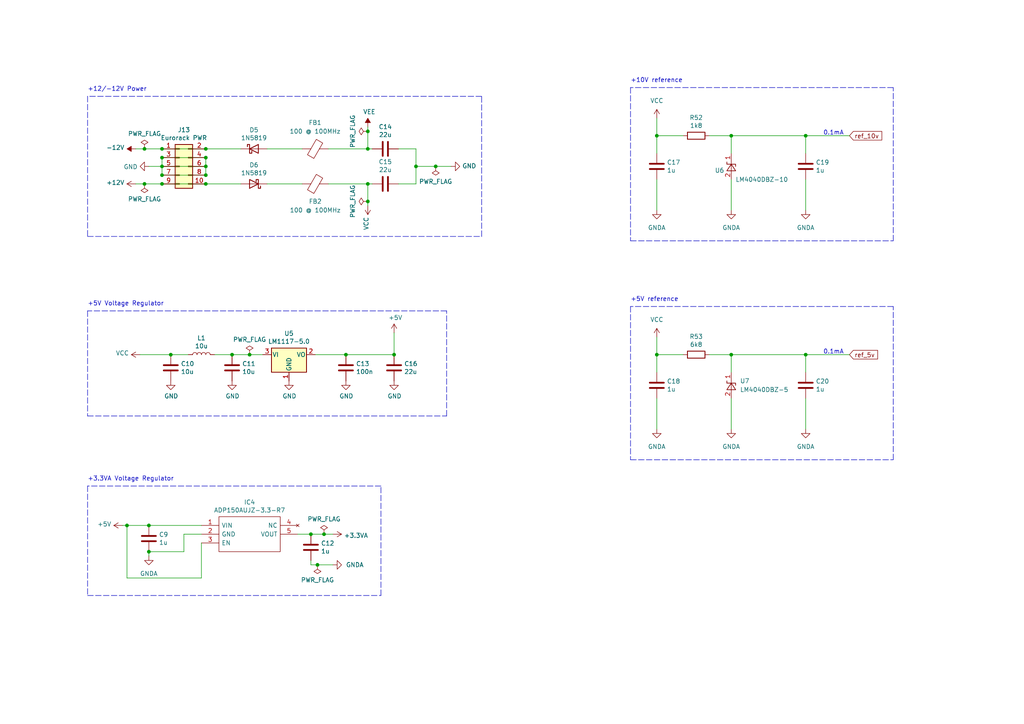
<source format=kicad_sch>
(kicad_sch (version 20211123) (generator eeschema)
  (paper "A4")
  (lib_symbols
    (symbol "ADP150AUJZ-3.3-R7:ADP150AUJZ-3.3-R7" (pin_names (offset 0.762))
      (property "Reference" "IC" (at 24.13 7.62 0))
      (property "Value" "ADP150AUJZ-3.3-R7" (at 24.13 5.08 0))
      (symbol "ADP150AUJZ-3.3-R7_0_0"
        (pin passive line (at 0 0 0) (length 5.08) (name "VIN") (number "1"))
        (pin passive line (at 0 -2.54 0) (length 5.08) (name "GND") (number "2"))
        (pin passive line (at 0 -5.08 0) (length 5.08) (name "EN") (number "3"))
        (pin no_connect line (at 27.94 0 180) (length 5.08) (name "NC") (number "4"))
        (pin passive line (at 27.94 -2.54 180) (length 5.08) (name "VOUT") (number "5"))
      )
      (symbol "ADP150AUJZ-3.3-R7_0_1"
        (polyline (pts (xy 5.08 2.54) (xy 22.86 2.54) (xy 22.86 -7.62) (xy 5.08 -7.62) (xy 5.08 2.54)) (stroke (width 0.1524)))
      )
    )
    (symbol "Connector_Generic:Conn_02x05_Odd_Even" (pin_names (offset 1.016) hide)
      (property "Reference" "J" (at 1.27 7.62 0))
      (property "Value" "Conn_02x05_Odd_Even" (at 1.27 -7.62 0))
      (symbol "Conn_02x05_Odd_Even_1_1"
        (rectangle (start -1.27 -4.953) (end 0 -5.207) (stroke (width 0.1524)))
        (rectangle (start -1.27 -2.413) (end 0 -2.667) (stroke (width 0.1524)))
        (rectangle (start -1.27 0.127) (end 0 -0.127) (stroke (width 0.1524)))
        (rectangle (start -1.27 2.667) (end 0 2.413) (stroke (width 0.1524)))
        (rectangle (start -1.27 5.207) (end 0 4.953) (stroke (width 0.1524)))
        (rectangle (start -1.27 6.35) (end 3.81 -6.35) (stroke (width 0.254)) (fill (type background)))
        (rectangle (start 3.81 -4.953) (end 2.54 -5.207) (stroke (width 0.1524)))
        (rectangle (start 3.81 -2.413) (end 2.54 -2.667) (stroke (width 0.1524)))
        (rectangle (start 3.81 0.127) (end 2.54 -0.127) (stroke (width 0.1524)))
        (rectangle (start 3.81 2.667) (end 2.54 2.413) (stroke (width 0.1524)))
        (rectangle (start 3.81 5.207) (end 2.54 4.953) (stroke (width 0.1524)))
        (pin passive line (at -5.08 5.08 0) (length 3.81) (name "Pin_1") (number "1"))
        (pin passive line (at 7.62 -5.08 180) (length 3.81) (name "Pin_10") (number "10"))
        (pin passive line (at 7.62 5.08 180) (length 3.81) (name "Pin_2") (number "2"))
        (pin passive line (at -5.08 2.54 0) (length 3.81) (name "Pin_3") (number "3"))
        (pin passive line (at 7.62 2.54 180) (length 3.81) (name "Pin_4") (number "4"))
        (pin passive line (at -5.08 0 0) (length 3.81) (name "Pin_5") (number "5"))
        (pin passive line (at 7.62 0 180) (length 3.81) (name "Pin_6") (number "6"))
        (pin passive line (at -5.08 -2.54 0) (length 3.81) (name "Pin_7") (number "7"))
        (pin passive line (at 7.62 -2.54 180) (length 3.81) (name "Pin_8") (number "8"))
        (pin passive line (at -5.08 -5.08 0) (length 3.81) (name "Pin_9") (number "9"))
      )
    )
    (symbol "Device:C" (pin_numbers hide) (pin_names (offset 0.254))
      (property "Reference" "C" (at 0.635 2.54 0))
      (property "Value" "C" (at 0.635 -2.54 0))
      (symbol "C_0_1"
        (polyline (pts (xy -2.032 -0.762) (xy 2.032 -0.762)) (stroke (width 0.508)))
        (polyline (pts (xy -2.032 0.762) (xy 2.032 0.762)) (stroke (width 0.508)))
      )
      (symbol "C_1_1"
        (pin passive line (at 0 3.81 270) (length 2.794) (name "~") (number "1"))
        (pin passive line (at 0 -3.81 90) (length 2.794) (name "~") (number "2"))
      )
    )
    (symbol "Device:FerriteBead" (pin_numbers hide) (pin_names (offset 0))
      (property "Reference" "FB" (at -3.81 0.635 90))
      (property "Value" "FerriteBead" (at 3.81 0 90))
      (symbol "FerriteBead_0_1"
        (polyline (pts (xy 0 -1.27) (xy 0 -1.2192)))
        (polyline (pts (xy 0 1.27) (xy 0 1.2954)))
        (polyline (pts (xy -2.7686 0.4064) (xy -1.7018 2.2606) (xy 2.7686 -0.3048) (xy 1.6764 -2.159) (xy -2.7686 0.4064)))
      )
      (symbol "FerriteBead_1_1"
        (pin passive line (at 0 3.81 270) (length 2.54) (name "~") (number "1"))
        (pin passive line (at 0 -3.81 90) (length 2.54) (name "~") (number "2"))
      )
    )
    (symbol "Device:L" (pin_numbers hide) (pin_names (offset 1.016) hide)
      (property "Reference" "L" (at -1.27 0 90))
      (property "Value" "L" (at 1.905 0 90))
      (symbol "L_0_1"
        (arc (start 0 -2.54) (mid 0.635 -1.905) (end 0 -1.27))
        (arc (start 0 -1.27) (mid 0.635 -0.635) (end 0 0))
        (arc (start 0 0) (mid 0.635 0.635) (end 0 1.27))
        (arc (start 0 1.27) (mid 0.635 1.905) (end 0 2.54))
      )
      (symbol "L_1_1"
        (pin passive line (at 0 3.81 270) (length 1.27) (name "1") (number "1"))
        (pin passive line (at 0 -3.81 90) (length 1.27) (name "2") (number "2"))
      )
    )
    (symbol "Device:R" (pin_numbers hide) (pin_names (offset 0))
      (property "Reference" "R" (at 2.032 0 90))
      (property "Value" "R" (at 0 0 90))
      (symbol "R_0_1"
        (rectangle (start -1.016 -2.54) (end 1.016 2.54) (stroke (width 0.254)))
      )
      (symbol "R_1_1"
        (pin passive line (at 0 3.81 270) (length 1.27) (name "~") (number "1"))
        (pin passive line (at 0 -3.81 90) (length 1.27) (name "~") (number "2"))
      )
    )
    (symbol "Diode:1N5819" (pin_numbers hide) (pin_names (offset 1.016) hide)
      (property "Reference" "D" (at 0 2.54 0))
      (property "Value" "1N5819" (at 0 -2.54 0))
      (symbol "1N5819_0_1"
        (polyline (pts (xy 1.27 0) (xy -1.27 0)))
        (polyline (pts (xy 1.27 1.27) (xy 1.27 -1.27) (xy -1.27 0) (xy 1.27 1.27)) (stroke (width 0.254)))
        (polyline (pts (xy -1.905 0.635) (xy -1.905 1.27) (xy -1.27 1.27) (xy -1.27 -1.27) (xy -0.635 -1.27) (xy -0.635 -0.635)) (stroke (width 0.254)))
      )
      (symbol "1N5819_1_1"
        (pin passive line (at -3.81 0 0) (length 2.54) (name "K") (number "1"))
        (pin passive line (at 3.81 0 180) (length 2.54) (name "A") (number "2"))
      )
    )
    (symbol "Reference_Voltage:LM4040DBZ-10" (pin_names (offset 0.0254) hide)
      (property "Reference" "U" (at 0 2.54 0))
      (property "Value" "LM4040DBZ-10" (at 0 -3.175 0))
      (symbol "LM4040DBZ-10_0_1"
        (polyline (pts (xy -1.27 0) (xy 0 0) (xy 1.27 0)))
        (polyline (pts (xy -1.27 -1.27) (xy 0.635 0) (xy -1.27 1.27) (xy -1.27 -1.27)) (stroke (width 0.2032)))
        (polyline (pts (xy 0 -1.27) (xy 0.635 -1.27) (xy 0.635 1.27) (xy 1.27 1.27)) (stroke (width 0.2032)))
      )
      (symbol "LM4040DBZ-10_1_1"
        (pin passive line (at 3.81 0 180) (length 2.54) (name "K") (number "1"))
        (pin passive line (at -3.81 0 0) (length 2.54) (name "A") (number "2"))
      )
    )
    (symbol "Reference_Voltage:LM4040DBZ-5" (pin_names (offset 0.0254) hide)
      (property "Reference" "U" (at 0 2.54 0))
      (property "Value" "LM4040DBZ-5" (at 0 -3.175 0))
      (symbol "LM4040DBZ-5_0_1"
        (polyline (pts (xy -1.27 0) (xy 0 0) (xy 1.27 0)))
        (polyline (pts (xy -1.27 -1.27) (xy 0.635 0) (xy -1.27 1.27) (xy -1.27 -1.27)) (stroke (width 0.2032)))
        (polyline (pts (xy 0 -1.27) (xy 0.635 -1.27) (xy 0.635 1.27) (xy 1.27 1.27)) (stroke (width 0.2032)))
      )
      (symbol "LM4040DBZ-5_1_1"
        (pin passive line (at 3.81 0 180) (length 2.54) (name "K") (number "1"))
        (pin passive line (at -3.81 0 0) (length 2.54) (name "A") (number "2"))
      )
    )
    (symbol "Regulator_Linear:LM1117-5.0" (pin_names (offset 0.254))
      (property "Reference" "U" (at -3.81 3.175 0))
      (property "Value" "LM1117-5.0" (at 0 3.175 0))
      (symbol "LM1117-5.0_0_1"
        (rectangle (start -5.08 -5.08) (end 5.08 1.905) (stroke (width 0.254)) (fill (type background)))
      )
      (symbol "LM1117-5.0_1_1"
        (pin power_in line (at 0 -7.62 90) (length 2.54) (name "GND") (number "1"))
        (pin power_out line (at 7.62 0 180) (length 2.54) (name "VO") (number "2"))
        (pin power_in line (at -7.62 0 0) (length 2.54) (name "VI") (number "3"))
      )
    )
    (symbol "power:+12V" (power) (pin_names (offset 0))
      (property "Value" "+12V" (at 0 3.556 0))
      (symbol "+12V_0_1"
        (polyline (pts (xy -0.762 1.27) (xy 0 2.54)))
        (polyline (pts (xy 0 0) (xy 0 2.54)))
        (polyline (pts (xy 0 2.54) (xy 0.762 1.27)))
      )
      (symbol "+12V_1_1"
        (pin power_in line (at 0 0 90) (length 0) hide (name "+12V") (number "1"))
      )
    )
    (symbol "power:+3.3VA" (power) (pin_names (offset 0))
      (property "Value" "+3.3VA" (at 0 3.556 0))
      (symbol "+3.3VA_0_1"
        (polyline (pts (xy -0.762 1.27) (xy 0 2.54)))
        (polyline (pts (xy 0 0) (xy 0 2.54)))
        (polyline (pts (xy 0 2.54) (xy 0.762 1.27)))
      )
      (symbol "+3.3VA_1_1"
        (pin power_in line (at 0 0 90) (length 0) hide (name "+3.3VA") (number "1"))
      )
    )
    (symbol "power:+5V" (power) (pin_names (offset 0))
      (property "Value" "+5V" (at 0 3.556 0))
      (symbol "+5V_0_1"
        (polyline (pts (xy -0.762 1.27) (xy 0 2.54)))
        (polyline (pts (xy 0 0) (xy 0 2.54)))
        (polyline (pts (xy 0 2.54) (xy 0.762 1.27)))
      )
      (symbol "+5V_1_1"
        (pin power_in line (at 0 0 90) (length 0) hide (name "+5V") (number "1"))
      )
    )
    (symbol "power:-12V" (power) (pin_names (offset 0))
      (property "Value" "-12V" (at 0 3.81 0))
      (symbol "-12V_0_0"
        (pin power_in line (at 0 0 90) (length 0) hide (name "-12V") (number "1"))
      )
      (symbol "-12V_0_1"
        (polyline (pts (xy 0 0) (xy 0 1.27) (xy 0.762 1.27) (xy 0 2.54) (xy -0.762 1.27) (xy 0 1.27)) (fill (type outline)))
      )
    )
    (symbol "power:GND" (power) (pin_names (offset 0))
      (property "Value" "GND" (at 0 -3.81 0))
      (symbol "GND_0_1"
        (polyline (pts (xy 0 0) (xy 0 -1.27) (xy 1.27 -1.27) (xy 0 -2.54) (xy -1.27 -1.27) (xy 0 -1.27)))
      )
      (symbol "GND_1_1"
        (pin power_in line (at 0 0 270) (length 0) hide (name "GND") (number "1"))
      )
    )
    (symbol "power:GNDA" (power) (pin_names (offset 0))
      (property "Value" "GNDA" (at 0 -3.81 0))
      (symbol "GNDA_0_1"
        (polyline (pts (xy 0 0) (xy 0 -1.27) (xy 1.27 -1.27) (xy 0 -2.54) (xy -1.27 -1.27) (xy 0 -1.27)))
      )
      (symbol "GNDA_1_1"
        (pin power_in line (at 0 0 270) (length 0) hide (name "GNDA") (number "1"))
      )
    )
    (symbol "power:PWR_FLAG" (power) (pin_numbers hide) (pin_names (offset 0) hide)
      (property "Value" "PWR_FLAG" (at 0 3.81 0))
      (symbol "PWR_FLAG_0_0"
        (pin power_out line (at 0 0 90) (length 0) (name "pwr") (number "1"))
      )
      (symbol "PWR_FLAG_0_1"
        (polyline (pts (xy 0 0) (xy 0 1.27) (xy -1.016 1.905) (xy 0 2.54) (xy 1.016 1.905) (xy 0 1.27)))
      )
    )
    (symbol "power:VCC" (power) (pin_names (offset 0))
      (property "Value" "VCC" (at 0 3.81 0))
      (symbol "VCC_0_1"
        (polyline (pts (xy -0.762 1.27) (xy 0 2.54)))
        (polyline (pts (xy 0 0) (xy 0 2.54)))
        (polyline (pts (xy 0 2.54) (xy 0.762 1.27)))
      )
      (symbol "VCC_1_1"
        (pin power_in line (at 0 0 90) (length 0) hide (name "VCC") (number "1"))
      )
    )
    (symbol "power:VEE" (power) (pin_names (offset 0))
      (property "Value" "VEE" (at 0 3.81 0))
      (symbol "VEE_0_1"
        (polyline (pts (xy 0 0) (xy 0 2.54)))
        (polyline (pts (xy 0.762 1.27) (xy -0.762 1.27) (xy 0 2.54) (xy 0.762 1.27)) (fill (type outline)))
      )
      (symbol "VEE_1_1"
        (pin power_in line (at 0 0 90) (length 0) hide (name "VEE") (number "1"))
      )
    )
  )
  (junction (at 43.18 160.02))
  (junction (at 67.31 102.87))
  (junction (at 46.99 53.34))
  (junction (at 114.3 102.87))
  (junction (at 100.33 102.87))
  (junction (at 41.91 43.18))
  (junction (at 46.99 43.18))
  (junction (at 41.91 53.34))
  (junction (at 59.69 53.34))
  (junction (at 46.99 48.26))
  (junction (at 43.18 152.4))
  (junction (at 233.68 39.37))
  (junction (at 46.99 45.72))
  (junction (at 106.68 38.1))
  (junction (at 106.68 43.18))
  (junction (at 59.69 50.8))
  (junction (at 190.5 39.37))
  (junction (at 233.68 102.87))
  (junction (at 106.68 53.34))
  (junction (at 92.075 163.83))
  (junction (at 59.69 48.26))
  (junction (at 90.17 154.94))
  (junction (at 106.68 58.42))
  (junction (at 46.99 50.8))
  (junction (at 72.39 102.87))
  (junction (at 93.98 154.94))
  (junction (at 190.5 102.87))
  (junction (at 36.83 152.4))
  (junction (at 212.09 39.37))
  (junction (at 126.365 48.26))
  (junction (at 59.69 45.72))
  (junction (at 49.53 102.87))
  (junction (at 120.65 48.26))
  (junction (at 59.69 43.18))
  (junction (at 212.09 102.87))
  (wire (pts (xy 106.68 53.34) (xy 106.68 58.42)))
  (polyline (pts (xy 25.4 140.97) (xy 25.4 172.72)))
  (polyline (pts (xy 129.54 90.17) (xy 25.4 90.17)))
  (wire (pts (xy 233.68 115.57) (xy 233.68 124.46)))
  (polyline (pts (xy 139.7 27.94) (xy 25.4 27.94)))
  (wire (pts (xy 212.09 115.57) (xy 212.09 124.46)))
  (wire (pts (xy 72.39 102.87) (xy 76.2 102.87)))
  (wire (pts (xy 59.69 50.8) (xy 46.99 50.8)))
  (wire (pts (xy 95.25 43.18) (xy 106.68 43.18)))
  (wire (pts (xy 46.99 50.8) (xy 46.99 48.26)))
  (wire (pts (xy 62.23 102.87) (xy 67.31 102.87)))
  (wire (pts (xy 46.99 43.18) (xy 59.69 43.18)))
  (wire (pts (xy 46.99 48.26) (xy 43.18 48.26)))
  (wire (pts (xy 120.65 53.34) (xy 120.65 48.26)))
  (wire (pts (xy 190.5 34.29) (xy 190.5 39.37)))
  (wire (pts (xy 41.91 53.34) (xy 46.99 53.34)))
  (wire (pts (xy 59.69 53.34) (xy 69.85 53.34)))
  (polyline (pts (xy 259.08 133.35) (xy 259.08 88.9)))
  (wire (pts (xy 233.68 52.07) (xy 233.68 60.96)))
  (polyline (pts (xy 139.7 68.58) (xy 139.7 27.94)))
  (wire (pts (xy 43.18 160.02) (xy 43.18 161.29)))
  (wire (pts (xy 59.69 48.26) (xy 46.99 48.26)))
  (wire (pts (xy 95.25 53.34) (xy 106.68 53.34)))
  (polyline (pts (xy 110.49 140.97) (xy 25.4 140.97)))
  (wire (pts (xy 100.33 102.87) (xy 114.3 102.87)))
  (polyline (pts (xy 129.54 120.65) (xy 129.54 90.17)))
  (wire (pts (xy 205.74 102.87) (xy 212.09 102.87)))
  (wire (pts (xy 115.57 53.34) (xy 120.65 53.34)))
  (wire (pts (xy 59.69 45.72) (xy 59.69 48.26)))
  (wire (pts (xy 233.68 39.37) (xy 246.38 39.37)))
  (wire (pts (xy 53.34 160.02) (xy 53.34 154.94)))
  (wire (pts (xy 58.42 167.64) (xy 58.42 157.48)))
  (wire (pts (xy 126.365 48.26) (xy 130.81 48.26)))
  (wire (pts (xy 59.69 48.26) (xy 59.69 50.8)))
  (wire (pts (xy 106.68 58.42) (xy 106.68 59.69)))
  (wire (pts (xy 115.57 43.18) (xy 120.65 43.18)))
  (wire (pts (xy 120.65 48.26) (xy 126.365 48.26)))
  (wire (pts (xy 90.17 163.83) (xy 92.075 163.83)))
  (wire (pts (xy 49.53 102.87) (xy 54.61 102.87)))
  (wire (pts (xy 114.3 96.52) (xy 114.3 102.87)))
  (wire (pts (xy 212.09 102.87) (xy 212.09 107.95)))
  (polyline (pts (xy 259.08 25.4) (xy 182.88 25.4)))
  (wire (pts (xy 212.09 102.87) (xy 233.68 102.87)))
  (wire (pts (xy 106.68 53.34) (xy 107.95 53.34)))
  (wire (pts (xy 91.44 102.87) (xy 100.33 102.87)))
  (wire (pts (xy 43.18 152.4) (xy 58.42 152.4)))
  (wire (pts (xy 205.74 39.37) (xy 212.09 39.37)))
  (wire (pts (xy 59.69 43.18) (xy 69.85 43.18)))
  (wire (pts (xy 93.98 154.94) (xy 96.52 154.94)))
  (wire (pts (xy 106.68 38.1) (xy 106.68 43.18)))
  (wire (pts (xy 43.18 160.02) (xy 53.34 160.02)))
  (wire (pts (xy 53.34 154.94) (xy 58.42 154.94)))
  (wire (pts (xy 90.17 162.56) (xy 90.17 163.83)))
  (wire (pts (xy 190.5 124.46) (xy 190.5 115.57)))
  (wire (pts (xy 190.5 97.79) (xy 190.5 102.87)))
  (polyline (pts (xy 259.08 69.85) (xy 259.08 25.4)))
  (wire (pts (xy 233.68 102.87) (xy 233.68 107.95)))
  (wire (pts (xy 106.68 43.18) (xy 107.95 43.18)))
  (wire (pts (xy 41.91 43.18) (xy 46.99 43.18)))
  (polyline (pts (xy 259.08 88.9) (xy 182.88 88.9)))
  (wire (pts (xy 120.65 43.18) (xy 120.65 48.26)))
  (wire (pts (xy 212.09 52.07) (xy 212.09 60.96)))
  (wire (pts (xy 36.83 152.4) (xy 43.18 152.4)))
  (polyline (pts (xy 25.4 90.17) (xy 25.4 120.65)))
  (polyline (pts (xy 110.49 172.72) (xy 110.49 140.97)))
  (polyline (pts (xy 182.88 133.35) (xy 259.08 133.35)))
  (polyline (pts (xy 25.4 68.58) (xy 139.7 68.58)))
  (wire (pts (xy 190.5 60.96) (xy 190.5 52.07)))
  (wire (pts (xy 39.37 43.18) (xy 41.91 43.18)))
  (wire (pts (xy 36.83 152.4) (xy 36.83 167.64)))
  (wire (pts (xy 90.17 154.94) (xy 93.98 154.94)))
  (wire (pts (xy 190.5 39.37) (xy 198.12 39.37)))
  (wire (pts (xy 233.68 39.37) (xy 233.68 44.45)))
  (polyline (pts (xy 25.4 120.65) (xy 129.54 120.65)))
  (wire (pts (xy 190.5 102.87) (xy 190.5 107.95)))
  (polyline (pts (xy 182.88 88.9) (xy 182.88 133.35)))
  (polyline (pts (xy 25.4 172.72) (xy 110.49 172.72)))
  (wire (pts (xy 77.47 53.34) (xy 87.63 53.34)))
  (wire (pts (xy 92.075 163.83) (xy 96.52 163.83)))
  (wire (pts (xy 233.68 102.87) (xy 246.38 102.87)))
  (wire (pts (xy 77.47 43.18) (xy 87.63 43.18)))
  (wire (pts (xy 190.5 102.87) (xy 198.12 102.87)))
  (wire (pts (xy 39.37 53.34) (xy 41.91 53.34)))
  (polyline (pts (xy 182.88 69.85) (xy 259.08 69.85)))
  (wire (pts (xy 40.64 102.87) (xy 49.53 102.87)))
  (wire (pts (xy 212.09 39.37) (xy 212.09 44.45)))
  (wire (pts (xy 46.99 53.34) (xy 59.69 53.34)))
  (wire (pts (xy 59.69 45.72) (xy 46.99 45.72)))
  (wire (pts (xy 67.31 102.87) (xy 72.39 102.87)))
  (polyline (pts (xy 182.88 25.4) (xy 182.88 69.85)))
  (wire (pts (xy 190.5 39.37) (xy 190.5 44.45)))
  (wire (pts (xy 35.56 152.4) (xy 36.83 152.4)))
  (wire (pts (xy 86.36 154.94) (xy 90.17 154.94)))
  (wire (pts (xy 36.83 167.64) (xy 58.42 167.64)))
  (wire (pts (xy 46.99 45.72) (xy 46.99 48.26)))
  (wire (pts (xy 106.68 36.83) (xy 106.68 38.1)))
  (wire (pts (xy 212.09 39.37) (xy 233.68 39.37)))
  (polyline (pts (xy 25.4 27.94) (xy 25.4 68.58)))
  (text "+5V Voltage Regulator" (at 25.4 88.9 0) (effects (font (size 1.27 1.27)) (justify left bottom)))
  (text "0.1mA" (at 238.76 39.37 0) (effects (font (size 1.27 1.27)) (justify left bottom)))
  (text "+3.3VA Voltage Regulator" (at 25.4 139.7 0) (effects (font (size 1.27 1.27)) (justify left bottom)))
  (text "+12/-12V Power" (at 25.4 26.67 0) (effects (font (size 1.27 1.27)) (justify left bottom)))
  (text "0.1mA" (at 238.76 102.87 0) (effects (font (size 1.27 1.27)) (justify left bottom)))
  (text "+10V reference" (at 182.88 24.13 0) (effects (font (size 1.27 1.27)) (justify left bottom)))
  (text "+5V reference" (at 182.88 87.63 0) (effects (font (size 1.27 1.27)) (justify left bottom)))
  (global_label "ref_10v" (shape input) (at 246.38 39.37 0) (property "Intersheet References" "${INTERSHEET_REFS}" (effects hide)))
  (global_label "ref_5v" (shape input) (at 246.38 102.87 0) (property "Intersheet References" "${INTERSHEET_REFS}" (effects hide)))
  (symbol (lib_id "Device:R") (at 201.93 39.37 270) (unit 1)
    (property "Reference" "R52" (at 201.93 34.1122 90))
    (property "Value" "1k8" (at 201.93 36.4236 90))
    (property "Footprint" "Resistor_SMD:R_0603_1608Metric_Pad0.98x0.95mm_HandSolder" (effects hide))
    (property "Note" "0-2mA, 3k3 - 7k ohm" (effects hide))
  )
  (symbol (lib_id "Device:C") (at 233.68 48.26 0) (unit 1)
    (property "Reference" "C19" (at 236.601 47.0916 0) (effects (justify left)))
    (property "Value" "1u" (at 236.601 49.403 0) (effects (justify left)))
    (property "Footprint" "Capacitor_SMD:C_0603_1608Metric_Pad1.08x0.95mm_HandSolder" (effects hide))
  )
  (symbol (lib_id "Reference_Voltage:LM4040DBZ-10") (at 212.09 48.26 90) (unit 1)
    (property "Reference" "U6" (at 210.0834 49.4284 90) (effects (justify left)))
    (property "Value" "LM4040DBZ-10" (at 228.6 52.07 90) (effects (justify left)))
    (property "Footprint" "Package_TO_SOT_SMD:SOT-23_Handsoldering" (effects hide))
    (property "Datasheet" "http://www.ti.com/lit/ds/symlink/lm4040-n.pdf" (effects hide))
  )
  (symbol (lib_id "power:VCC") (at 40.64 102.87 90) (unit 1)
    (property "Reference" "#PWR0196" (effects hide))
    (property "Value" "VCC" (at 37.4142 102.4128 90) (effects (justify left)))
  )
  (symbol (lib_id "Device:C") (at 114.3 106.68 180) (unit 1)
    (property "Reference" "C16" (at 117.221 105.5116 0) (effects (justify right)))
    (property "Value" "22u" (at 117.221 107.823 0) (effects (justify right)))
    (property "Footprint" "Capacitor_SMD:C_0805_2012Metric_Pad1.18x1.45mm_HandSolder" (effects hide))
  )
  (symbol (lib_id "Device:C") (at 67.31 106.68 180) (unit 1)
    (property "Reference" "C11" (at 70.231 105.5116 0) (effects (justify right)))
    (property "Value" "10u" (at 70.231 107.823 0) (effects (justify right)))
    (property "Footprint" "Capacitor_SMD:C_0805_2012Metric_Pad1.18x1.45mm_HandSolder" (effects hide))
  )
  (symbol (lib_id "Device:C") (at 49.53 106.68 0) (unit 1)
    (property "Reference" "C10" (at 52.451 105.5116 0) (effects (justify left)))
    (property "Value" "10u" (at 52.451 107.823 0) (effects (justify left)))
    (property "Footprint" "Capacitor_SMD:C_0805_2012Metric_Pad1.18x1.45mm_HandSolder" (effects hide))
  )
  (symbol (lib_id "power:+5V") (at 114.3 96.52 0) (unit 1)
    (property "Reference" "#PWR0220" (effects hide))
    (property "Value" "+5V" (at 114.681 92.1258 0))
  )
  (symbol (lib_id "power:GND") (at 100.33 110.49 0) (unit 1)
    (property "Reference" "#PWR0218" (effects hide))
    (property "Value" "GND" (at 100.457 114.8842 0))
  )
  (symbol (lib_id "Device:C") (at 100.33 106.68 0) (unit 1)
    (property "Reference" "C13" (at 103.251 105.5116 0) (effects (justify left)))
    (property "Value" "100n" (at 103.251 107.823 0) (effects (justify left)))
    (property "Footprint" "Capacitor_SMD:C_0603_1608Metric_Pad1.08x0.95mm_HandSolder" (effects hide))
  )
  (symbol (lib_id "power:GND") (at 114.3 110.49 0) (unit 1)
    (property "Reference" "#PWR0219" (effects hide))
    (property "Value" "GND" (at 114.427 114.8842 0))
  )
  (symbol (lib_id "power:GND") (at 67.31 110.49 0) (unit 1)
    (property "Reference" "#PWR0214" (effects hide))
    (property "Value" "GND" (at 67.437 114.8842 0))
  )
  (symbol (lib_id "power:GND") (at 49.53 110.49 0) (unit 1)
    (property "Reference" "#PWR0213" (effects hide))
    (property "Value" "GND" (at 49.657 114.8842 0))
  )
  (symbol (lib_id "Device:L") (at 58.42 102.87 90) (unit 1)
    (property "Reference" "L1" (at 58.42 98.044 90))
    (property "Value" "10u" (at 58.42 100.3554 90))
    (property "Footprint" "Inductor_SMD:L_0805_2012Metric_Pad1.05x1.20mm_HandSolder" (effects hide))
  )
  (symbol (lib_id "power:GND") (at 83.82 110.49 0) (unit 1)
    (property "Reference" "#PWR0215" (effects hide))
    (property "Value" "GND" (at 83.947 114.8842 0))
  )
  (symbol (lib_id "Connector_Generic:Conn_02x05_Odd_Even") (at 52.07 48.26 0) (unit 1)
    (property "Reference" "J13" (at 53.34 37.6682 0))
    (property "Value" "Eurorack PWR" (at 53.34 39.9796 0))
    (property "Footprint" "Connector_PinHeader_2.54mm:PinHeader_2x05_P2.54mm_Vertical_SMD" (effects hide))
  )
  (symbol (lib_id "power:GND") (at 43.18 48.26 270) (unit 1)
    (property "Reference" "#PWR0200" (effects hide))
    (property "Value" "GND" (at 39.9288 48.387 90) (effects (justify right)))
  )
  (symbol (lib_id "power:-12V") (at 39.37 43.18 90) (unit 1)
    (property "Reference" "#PWR0199" (effects hide))
    (property "Value" "-12V" (at 36.1188 42.799 90) (effects (justify left)))
  )
  (symbol (lib_id "power:+12V") (at 39.37 53.34 90) (unit 1)
    (property "Reference" "#PWR0202" (effects hide))
    (property "Value" "+12V" (at 36.1188 52.959 90) (effects (justify left)))
  )
  (symbol (lib_id "power:GND") (at 130.81 48.26 90) (unit 1)
    (property "Reference" "#PWR0201" (effects hide))
    (property "Value" "GND" (at 134.0612 48.133 90) (effects (justify right)))
  )
  (symbol (lib_id "power:VEE") (at 106.68 36.83 0) (unit 1)
    (property "Reference" "#PWR0204" (effects hide))
    (property "Value" "VEE" (at 107.1118 32.4358 0))
  )
  (symbol (lib_id "Device:C") (at 111.76 43.18 270) (unit 1)
    (property "Reference" "C14" (at 111.76 36.7792 90))
    (property "Value" "22u" (at 111.76 39.0906 90))
    (property "Footprint" "Capacitor_SMD:CP_Elec_5x5.3" (effects hide))
  )
  (symbol (lib_id "Device:C") (at 111.76 53.34 270) (unit 1)
    (property "Reference" "C15" (at 111.76 46.9392 90))
    (property "Value" "22u" (at 111.76 49.2506 90))
    (property "Footprint" "Capacitor_SMD:CP_Elec_5x5.3" (effects hide))
  )
  (symbol (lib_id "Diode:1N5819") (at 73.66 53.34 180) (unit 1)
    (property "Reference" "D6" (at 73.66 47.8536 0))
    (property "Value" "1N5819" (at 73.66 50.165 0))
    (property "Footprint" "Diode_SMD:D_SOD-123" (effects hide))
    (property "Datasheet" "http://www.vishay.com/docs/88525/1n5817.pdf" (effects hide))
  )
  (symbol (lib_id "Diode:1N5819") (at 73.66 43.18 0) (unit 1)
    (property "Reference" "D5" (at 73.66 37.6936 0))
    (property "Value" "1N5819" (at 73.66 40.005 0))
    (property "Footprint" "Diode_SMD:D_SOD-123" (effects hide))
    (property "Datasheet" "http://www.vishay.com/docs/88525/1n5817.pdf" (effects hide))
  )
  (symbol (lib_id "Device:C") (at 190.5 48.26 0) (unit 1)
    (property "Reference" "C17" (at 193.421 47.0916 0) (effects (justify left)))
    (property "Value" "1u" (at 193.421 49.403 0) (effects (justify left)))
    (property "Footprint" "Capacitor_SMD:C_0603_1608Metric_Pad1.08x0.95mm_HandSolder" (effects hide))
  )
  (symbol (lib_id "power:+5V") (at 35.56 152.4 90) (unit 1)
    (property "Reference" "#PWR0197" (effects hide))
    (property "Value" "+5V" (at 32.3088 152.019 90) (effects (justify left)))
  )
  (symbol (lib_id "Device:C") (at 43.18 156.21 0) (unit 1)
    (property "Reference" "C9" (at 46.101 155.0416 0) (effects (justify left)))
    (property "Value" "1u" (at 46.101 157.353 0) (effects (justify left)))
    (property "Footprint" "Capacitor_SMD:C_0603_1608Metric_Pad1.08x0.95mm_HandSolder" (effects hide))
  )
  (symbol (lib_id "Device:C") (at 90.17 158.75 0) (unit 1)
    (property "Reference" "C12" (at 93.091 157.5816 0) (effects (justify left)))
    (property "Value" "1u" (at 93.091 159.893 0) (effects (justify left)))
    (property "Footprint" "Capacitor_SMD:C_0603_1608Metric_Pad1.08x0.95mm_HandSolder" (effects hide))
  )
  (symbol (lib_id "power:+3.3VA") (at 96.52 154.94 270) (unit 1)
    (property "Reference" "#PWR0216" (effects hide))
    (property "Value" "+3.3VA" (at 99.7712 155.321 90) (effects (justify left)))
  )
  (symbol (lib_id "power:VCC") (at 106.68 59.69 180) (unit 1)
    (property "Reference" "#PWR0203" (effects hide))
    (property "Value" "VCC" (at 106.2228 62.9158 90) (effects (justify left)))
  )
  (symbol (lib_id "ADP150AUJZ-3.3-R7:ADP150AUJZ-3.3-R7") (at 58.42 152.4 0) (unit 1)
    (property "Reference" "IC4" (at 72.39 145.669 0))
    (property "Value" "ADP150AUJZ-3.3-R7" (at 72.39 147.9804 0))
    (property "Footprint" "ADP150AUJZ-3.3-R7:SOT95P280X100-5N" (effects hide))
    (property "Datasheet" "http://www.analog.com/media/en/technical-documentation/data-sheets/ADP150.pdf" (effects hide))
    (property "Description" "Linear Voltage Regulators Ultralow Noise 150mA CMOS" (effects hide))
    (property "Height" "1" (effects hide))
    (property "Manufacturer_Name" "Linear Technology" (effects hide))
    (property "Manufacturer_Part_Number" "ADP150AUJZ-3.3-R7" (effects hide))
    (property "Mouser Part Number" "584-ADP150AUJZ-3.3R7" (effects hide))
    (property "Mouser Price/Stock" "https://www.mouser.com/Search/Refine.aspx?Keyword=584-ADP150AUJZ-3.3R7" (effects hide))
  )
  (symbol (lib_id "Regulator_Linear:LM1117-5.0") (at 83.82 102.87 0) (unit 1)
    (property "Reference" "U5" (at 83.82 96.7232 0))
    (property "Value" "LM1117-5.0" (at 83.82 99.0346 0))
    (property "Footprint" "Package_TO_SOT_SMD:SOT-223" (effects hide))
    (property "Datasheet" "http://www.ti.com/lit/ds/symlink/lm1117.pdf" (effects hide))
  )
  (symbol (lib_id "power:PWR_FLAG") (at 41.91 43.18 0) (unit 1)
    (property "Reference" "#FLG0102" (effects hide))
    (property "Value" "PWR_FLAG" (at 41.91 38.7858 0))
  )
  (symbol (lib_id "power:PWR_FLAG") (at 41.91 53.34 180) (unit 1)
    (property "Reference" "#FLG0103" (effects hide))
    (property "Value" "PWR_FLAG" (at 41.91 57.7342 0))
  )
  (symbol (lib_id "power:PWR_FLAG") (at 93.98 154.94 0) (unit 1)
    (property "Reference" "#FLG0106" (effects hide))
    (property "Value" "PWR_FLAG" (at 93.98 150.5458 0))
  )
  (symbol (lib_id "power:PWR_FLAG") (at 106.68 38.1 90) (unit 1)
    (property "Reference" "#FLG0105" (effects hide))
    (property "Value" "PWR_FLAG" (at 102.2858 38.1 0))
  )
  (symbol (lib_id "power:GNDA") (at 212.09 124.46 0) (unit 1)
    (property "Reference" "#PWR017" (effects hide))
    (property "Value" "GNDA" (at 212.09 129.54 0))
  )
  (symbol (lib_id "Device:FerriteBead") (at 91.44 43.18 90) (unit 1)
    (property "Reference" "FB1" (at 91.3892 35.56 90))
    (property "Value" "100 @ 100MHz" (at 91.3892 38.1 90))
    (property "Footprint" "Inductor_SMD:L_0805_2012Metric_Pad1.05x1.20mm_HandSolder" (effects hide))
  )
  (symbol (lib_id "power:VCC") (at 190.5 34.29 0) (unit 1)
    (property "Reference" "#PWR0210" (effects hide))
    (property "Value" "VCC" (at 190.5 29.21 0))
  )
  (symbol (lib_id "power:PWR_FLAG") (at 126.365 48.26 180) (unit 1)
    (property "Reference" "#FLG0108" (effects hide))
    (property "Value" "PWR_FLAG" (at 126.365 52.6542 0))
  )
  (symbol (lib_id "Device:FerriteBead") (at 91.44 53.34 90) (unit 1)
    (property "Reference" "FB2" (at 91.44 58.42 90))
    (property "Value" "100 @ 100MHz" (at 91.44 60.96 90))
    (property "Footprint" "Inductor_SMD:L_0805_2012Metric_Pad1.05x1.20mm_HandSolder" (effects hide))
  )
  (symbol (lib_id "Reference_Voltage:LM4040DBZ-5") (at 212.09 111.76 90) (unit 1)
    (property "Reference" "U7" (at 214.63 110.4899 90) (effects (justify right)))
    (property "Value" "LM4040DBZ-5" (at 214.63 113.0299 90) (effects (justify right)))
    (property "Footprint" "Package_TO_SOT_SMD:SOT-23_Handsoldering" (effects hide))
    (property "Datasheet" "http://www.ti.com/lit/ds/symlink/lm4040-n.pdf" (effects hide))
  )
  (symbol (lib_id "power:GNDA") (at 212.09 60.96 0) (unit 1)
    (property "Reference" "#PWR016" (effects hide))
    (property "Value" "GNDA" (at 212.09 66.04 0))
  )
  (symbol (lib_id "power:GNDA") (at 43.18 161.29 0) (unit 1)
    (property "Reference" "#PWR0198" (effects hide))
    (property "Value" "GNDA" (at 43.18 166.37 0))
  )
  (symbol (lib_id "power:GNDA") (at 190.5 124.46 0) (unit 1)
    (property "Reference" "#PWR015" (effects hide))
    (property "Value" "GNDA" (at 190.5 129.54 0))
  )
  (symbol (lib_id "power:GNDA") (at 233.68 124.46 0) (unit 1)
    (property "Reference" "#PWR019" (effects hide))
    (property "Value" "GNDA" (at 233.68 129.54 0))
  )
  (symbol (lib_id "power:VCC") (at 190.5 97.79 0) (unit 1)
    (property "Reference" "#PWR0208" (effects hide))
    (property "Value" "VCC" (at 190.5 92.71 0))
  )
  (symbol (lib_id "power:GNDA") (at 96.52 163.83 90) (unit 1)
    (property "Reference" "#PWR0217" (effects hide))
    (property "Value" "GNDA" (at 100.33 163.8299 90) (effects (justify right)))
  )
  (symbol (lib_id "power:PWR_FLAG") (at 72.39 102.87 0) (unit 1)
    (property "Reference" "#FLG0107" (effects hide))
    (property "Value" "PWR_FLAG" (at 72.39 98.4758 0))
  )
  (symbol (lib_id "power:PWR_FLAG") (at 92.075 163.83 180) (unit 1)
    (property "Reference" "#FLG0109" (effects hide))
    (property "Value" "PWR_FLAG" (at 92.075 168.2242 0))
  )
  (symbol (lib_id "Device:C") (at 233.68 111.76 0) (unit 1)
    (property "Reference" "C20" (at 236.601 110.5916 0) (effects (justify left)))
    (property "Value" "1u" (at 236.601 112.903 0) (effects (justify left)))
    (property "Footprint" "Capacitor_SMD:C_0603_1608Metric_Pad1.08x0.95mm_HandSolder" (effects hide))
  )
  (symbol (lib_id "power:GNDA") (at 233.68 60.96 0) (unit 1)
    (property "Reference" "#PWR018" (effects hide))
    (property "Value" "GNDA" (at 233.68 66.04 0))
  )
  (symbol (lib_id "power:GNDA") (at 190.5 60.96 0) (unit 1)
    (property "Reference" "#PWR014" (effects hide))
    (property "Value" "GNDA" (at 190.5 66.04 0))
  )
  (symbol (lib_id "Device:C") (at 190.5 111.76 0) (unit 1)
    (property "Reference" "C18" (at 193.421 110.5916 0) (effects (justify left)))
    (property "Value" "1u" (at 193.421 112.903 0) (effects (justify left)))
    (property "Footprint" "Capacitor_SMD:C_0603_1608Metric_Pad1.08x0.95mm_HandSolder" (effects hide))
  )
  (symbol (lib_id "Device:R") (at 201.93 102.87 270) (unit 1)
    (property "Reference" "R53" (at 201.93 97.6122 90))
    (property "Value" "6k8" (at 201.93 99.9236 90))
    (property "Footprint" "Resistor_SMD:R_0603_1608Metric_Pad0.98x0.95mm_HandSolder" (effects hide))
    (property "Note" "0-2mA, 3k3 - 7k ohm" (effects hide))
  )
  (symbol (lib_id "power:PWR_FLAG") (at 106.68 58.42 90) (unit 1)
    (property "Reference" "#FLG0104" (effects hide))
    (property "Value" "PWR_FLAG" (at 102.2858 58.42 0))
  )
)
</source>
